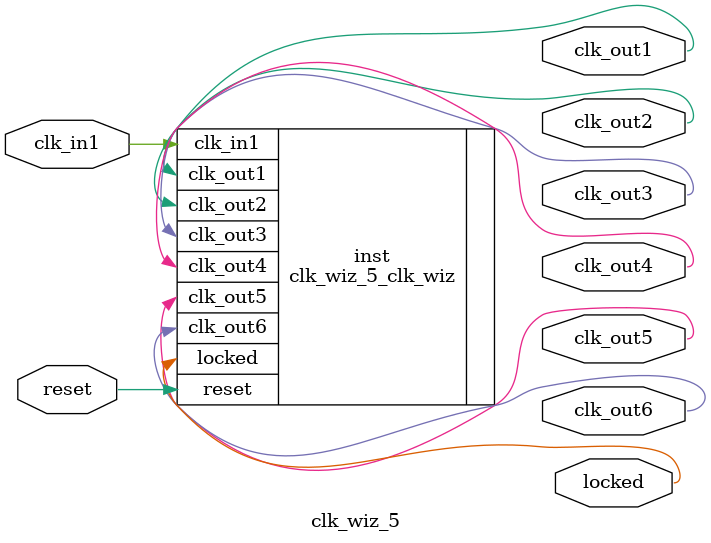
<source format=v>


`timescale 1ps/1ps

(* CORE_GENERATION_INFO = "clk_wiz_5,clk_wiz_v6_0_3_0_0,{component_name=clk_wiz_5,use_phase_alignment=true,use_min_o_jitter=false,use_max_i_jitter=false,use_dyn_phase_shift=false,use_inclk_switchover=false,use_dyn_reconfig=false,enable_axi=0,feedback_source=FDBK_AUTO,PRIMITIVE=PLL,num_out_clk=6,clkin1_period=10.000,clkin2_period=10.000,use_power_down=false,use_reset=true,use_locked=true,use_inclk_stopped=false,feedback_type=SINGLE,CLOCK_MGR_TYPE=NA,manual_override=false}" *)

module clk_wiz_5 
 (
  // Clock out ports
  output        clk_out1,
  output        clk_out2,
  output        clk_out3,
  output        clk_out4,
  output        clk_out5,
  output        clk_out6,
  // Status and control signals
  input         reset,
  output        locked,
 // Clock in ports
  input         clk_in1
 );

  clk_wiz_5_clk_wiz inst
  (
  // Clock out ports  
  .clk_out1(clk_out1),
  .clk_out2(clk_out2),
  .clk_out3(clk_out3),
  .clk_out4(clk_out4),
  .clk_out5(clk_out5),
  .clk_out6(clk_out6),
  // Status and control signals               
  .reset(reset), 
  .locked(locked),
 // Clock in ports
  .clk_in1(clk_in1)
  );

endmodule

</source>
